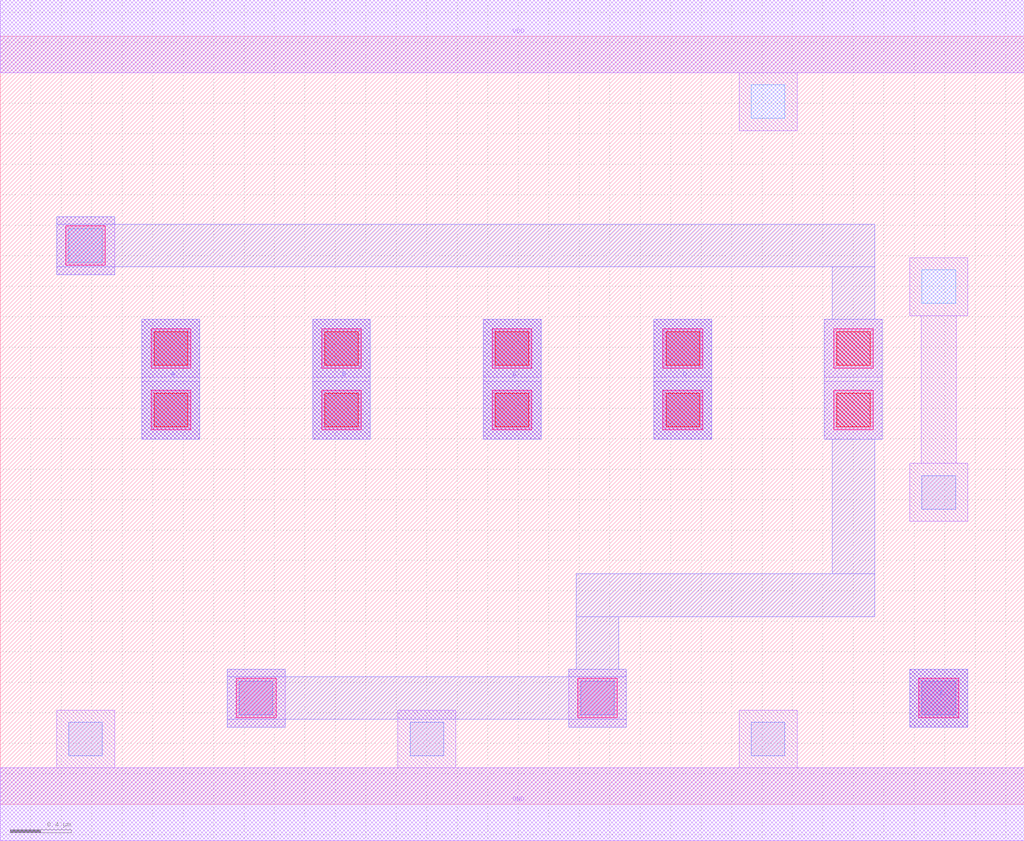
<source format=lef>
MACRO OR4
 CLASS CORE ;
 FOREIGN OR4 0 0 ;
 SIZE 6.72 BY 5.04 ;
 ORIGIN 0 0 ;
 SYMMETRY X Y R90 ;
 SITE unit ;
  PIN VDD
   DIRECTION INOUT ;
   USE POWER ;
   SHAPE ABUTMENT ;
    PORT
     CLASS CORE ;
       LAYER met1 ;
        RECT 0.00000000 4.80000000 6.72000000 5.28000000 ;
    END
  END VDD

  PIN GND
   DIRECTION INOUT ;
   USE POWER ;
   SHAPE ABUTMENT ;
    PORT
     CLASS CORE ;
       LAYER met1 ;
        RECT 0.00000000 -0.24000000 6.72000000 0.24000000 ;
    END
  END GND

  PIN Z
   DIRECTION INOUT ;
   USE SIGNAL ;
   SHAPE ABUTMENT ;
    PORT
     CLASS CORE ;
       LAYER met2 ;
        RECT 5.97000000 0.50700000 6.35000000 0.88700000 ;
    END
  END Z

  PIN D
   DIRECTION INOUT ;
   USE SIGNAL ;
   SHAPE ABUTMENT ;
    PORT
     CLASS CORE ;
       LAYER met2 ;
        RECT 4.29000000 2.39700000 4.67000000 3.18200000 ;
    END
  END D

  PIN B
   DIRECTION INOUT ;
   USE SIGNAL ;
   SHAPE ABUTMENT ;
    PORT
     CLASS CORE ;
       LAYER met2 ;
        RECT 2.05000000 2.39700000 2.43000000 3.18200000 ;
    END
  END B

  PIN C
   DIRECTION INOUT ;
   USE SIGNAL ;
   SHAPE ABUTMENT ;
    PORT
     CLASS CORE ;
       LAYER met2 ;
        RECT 3.17000000 2.39700000 3.55000000 3.18200000 ;
    END
  END C

  PIN A
   DIRECTION INOUT ;
   USE SIGNAL ;
   SHAPE ABUTMENT ;
    PORT
     CLASS CORE ;
       LAYER met2 ;
        RECT 0.93000000 2.39700000 1.31000000 3.18200000 ;
    END
  END A

 OBS
    LAYER polycont ;
     RECT 1.01000000 2.47700000 1.23000000 2.69700000 ;
     RECT 2.13000000 2.47700000 2.35000000 2.69700000 ;
     RECT 3.25000000 2.47700000 3.47000000 2.69700000 ;
     RECT 4.37000000 2.47700000 4.59000000 2.69700000 ;
     RECT 5.49000000 2.47700000 5.71000000 2.69700000 ;
     RECT 1.01000000 2.88200000 1.23000000 3.10200000 ;
     RECT 2.13000000 2.88200000 2.35000000 3.10200000 ;
     RECT 3.25000000 2.88200000 3.47000000 3.10200000 ;
     RECT 4.37000000 2.88200000 4.59000000 3.10200000 ;
     RECT 5.49000000 2.88200000 5.71000000 3.10200000 ;

    LAYER pdiffc ;
     RECT 6.05000000 3.28700000 6.27000000 3.50700000 ;
     RECT 0.45000000 3.55700000 0.67000000 3.77700000 ;
     RECT 4.93000000 4.50200000 5.15000000 4.72200000 ;

    LAYER ndiffc ;
     RECT 0.45000000 0.31700000 0.67000000 0.53700000 ;
     RECT 2.69000000 0.31700000 2.91000000 0.53700000 ;
     RECT 4.93000000 0.31700000 5.15000000 0.53700000 ;
     RECT 1.57000000 0.58700000 1.79000000 0.80700000 ;
     RECT 3.81000000 0.58700000 4.03000000 0.80700000 ;
     RECT 6.05000000 0.58700000 6.27000000 0.80700000 ;
     RECT 6.05000000 1.93700000 6.27000000 2.15700000 ;

    LAYER met1 ;
     RECT 0.00000000 -0.24000000 6.72000000 0.24000000 ;
     RECT 0.37000000 0.24000000 0.75000000 0.61700000 ;
     RECT 2.61000000 0.24000000 2.99000000 0.61700000 ;
     RECT 4.85000000 0.24000000 5.23000000 0.61700000 ;
     RECT 1.49000000 0.50700000 1.87000000 0.88700000 ;
     RECT 3.73000000 0.50700000 4.11000000 0.88700000 ;
     RECT 5.97000000 0.50700000 6.35000000 0.88700000 ;
     RECT 0.93000000 2.39700000 1.31000000 2.77700000 ;
     RECT 2.05000000 2.39700000 2.43000000 2.77700000 ;
     RECT 3.17000000 2.39700000 3.55000000 2.77700000 ;
     RECT 4.29000000 2.39700000 4.67000000 2.77700000 ;
     RECT 5.41000000 2.39700000 5.79000000 2.77700000 ;
     RECT 0.93000000 2.80200000 1.31000000 3.18200000 ;
     RECT 2.05000000 2.80200000 2.43000000 3.18200000 ;
     RECT 3.17000000 2.80200000 3.55000000 3.18200000 ;
     RECT 4.29000000 2.80200000 4.67000000 3.18200000 ;
     RECT 5.41000000 2.80200000 5.79000000 3.18200000 ;
     RECT 5.97000000 1.85700000 6.35000000 2.23700000 ;
     RECT 6.04500000 2.23700000 6.27500000 3.20700000 ;
     RECT 5.97000000 3.20700000 6.35000000 3.58700000 ;
     RECT 0.37000000 3.47700000 0.75000000 3.85700000 ;
     RECT 4.85000000 4.42200000 5.23000000 4.80000000 ;
     RECT 0.00000000 4.80000000 6.72000000 5.28000000 ;

    LAYER via1 ;
     RECT 1.55000000 0.56700000 1.81000000 0.82700000 ;
     RECT 3.79000000 0.56700000 4.05000000 0.82700000 ;
     RECT 6.03000000 0.56700000 6.29000000 0.82700000 ;
     RECT 0.99000000 2.45700000 1.25000000 2.71700000 ;
     RECT 2.11000000 2.45700000 2.37000000 2.71700000 ;
     RECT 3.23000000 2.45700000 3.49000000 2.71700000 ;
     RECT 4.35000000 2.45700000 4.61000000 2.71700000 ;
     RECT 5.47000000 2.45700000 5.73000000 2.71700000 ;
     RECT 0.99000000 2.86200000 1.25000000 3.12200000 ;
     RECT 2.11000000 2.86200000 2.37000000 3.12200000 ;
     RECT 3.23000000 2.86200000 3.49000000 3.12200000 ;
     RECT 4.35000000 2.86200000 4.61000000 3.12200000 ;
     RECT 5.47000000 2.86200000 5.73000000 3.12200000 ;
     RECT 0.43000000 3.53700000 0.69000000 3.79700000 ;

    LAYER met2 ;
     RECT 5.97000000 0.50700000 6.35000000 0.88700000 ;
     RECT 0.93000000 2.39700000 1.31000000 3.18200000 ;
     RECT 2.05000000 2.39700000 2.43000000 3.18200000 ;
     RECT 3.17000000 2.39700000 3.55000000 3.18200000 ;
     RECT 4.29000000 2.39700000 4.67000000 3.18200000 ;
     RECT 1.49000000 0.50700000 1.87000000 0.55700000 ;
     RECT 3.73000000 0.50700000 4.11000000 0.55700000 ;
     RECT 1.49000000 0.55700000 4.11000000 0.83700000 ;
     RECT 1.49000000 0.83700000 1.87000000 0.88700000 ;
     RECT 3.73000000 0.83700000 4.11000000 0.88700000 ;
     RECT 3.78000000 0.88700000 4.06000000 1.23200000 ;
     RECT 3.78000000 1.23200000 5.74000000 1.51200000 ;
     RECT 5.46000000 1.51200000 5.74000000 2.39700000 ;
     RECT 5.41000000 2.39700000 5.79000000 3.18200000 ;
     RECT 0.37000000 3.47700000 0.75000000 3.52700000 ;
     RECT 5.46000000 3.18200000 5.74000000 3.52700000 ;
     RECT 0.37000000 3.52700000 5.74000000 3.80700000 ;
     RECT 0.37000000 3.80700000 0.75000000 3.85700000 ;

 END
END OR4

</source>
